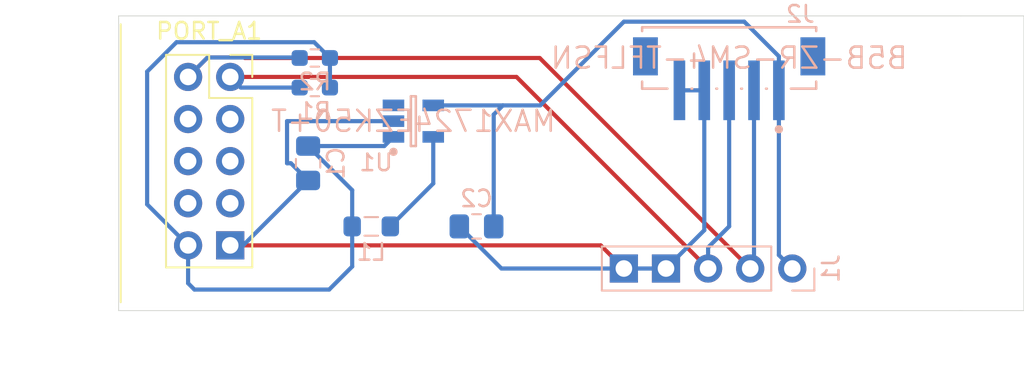
<source format=kicad_pcb>
(kicad_pcb (version 20171130) (host pcbnew "(5.1.12)-1")

  (general
    (thickness 1.6)
    (drawings 7)
    (tracks 59)
    (zones 0)
    (modules 9)
    (nets 15)
  )

  (page A4)
  (title_block
    (title "STK 600 Huckepack Platine SPS30")
    (date 2021-11-20)
    (rev 1.0)
    (company "FH Bielefeld")
    (comment 1 "Philipp Husemann")
  )

  (layers
    (0 F.Cu signal)
    (31 B.Cu signal)
    (32 B.Adhes user)
    (33 F.Adhes user)
    (34 B.Paste user)
    (35 F.Paste user)
    (36 B.SilkS user)
    (37 F.SilkS user)
    (38 B.Mask user)
    (39 F.Mask user)
    (40 Dwgs.User user)
    (41 Cmts.User user)
    (42 Eco1.User user)
    (43 Eco2.User user)
    (44 Edge.Cuts user)
    (45 Margin user)
    (46 B.CrtYd user)
    (47 F.CrtYd user)
    (48 B.Fab user)
    (49 F.Fab user)
  )

  (setup
    (last_trace_width 0.25)
    (trace_clearance 0.2)
    (zone_clearance 0.508)
    (zone_45_only no)
    (trace_min 0.2)
    (via_size 0.8)
    (via_drill 0.4)
    (via_min_size 0.4)
    (via_min_drill 0.3)
    (uvia_size 0.3)
    (uvia_drill 0.1)
    (uvias_allowed no)
    (uvia_min_size 0.2)
    (uvia_min_drill 0.1)
    (edge_width 0.05)
    (segment_width 0.2)
    (pcb_text_width 0.3)
    (pcb_text_size 1.5 1.5)
    (mod_edge_width 0.12)
    (mod_text_size 1 1)
    (mod_text_width 0.15)
    (pad_size 1.7 1.7)
    (pad_drill 1)
    (pad_to_mask_clearance 0.051)
    (solder_mask_min_width 0.25)
    (aux_axis_origin 0 0)
    (visible_elements 7FFFFFFF)
    (pcbplotparams
      (layerselection 0x010fc_ffffffff)
      (usegerberextensions false)
      (usegerberattributes false)
      (usegerberadvancedattributes false)
      (creategerberjobfile false)
      (excludeedgelayer true)
      (linewidth 0.100000)
      (plotframeref false)
      (viasonmask false)
      (mode 1)
      (useauxorigin false)
      (hpglpennumber 1)
      (hpglpenspeed 20)
      (hpglpendiameter 15.000000)
      (psnegative false)
      (psa4output false)
      (plotreference true)
      (plotvalue true)
      (plotinvisibletext false)
      (padsonsilk false)
      (subtractmaskfromsilk false)
      (outputformat 1)
      (mirror false)
      (drillshape 1)
      (scaleselection 1)
      (outputdirectory ""))
  )

  (net 0 "")
  (net 1 "Net-(PORT_A1-Pad8)")
  (net 2 "Net-(PORT_A1-Pad7)")
  (net 3 "Net-(PORT_A1-Pad6)")
  (net 4 "Net-(PORT_A1-Pad5)")
  (net 5 "Net-(PORT_A1-Pad4)")
  (net 6 "Net-(PORT_A1-Pad3)")
  (net 7 /GND)
  (net 8 /VCC)
  (net 9 "Net-(C2-Pad1)")
  (net 10 /SDA)
  (net 11 /SCL)
  (net 12 "Net-(L1-Pad2)")
  (net 13 "Net-(J2-Pad6)")
  (net 14 "Net-(J2-Pad7)")

  (net_class Default "Dies ist die voreingestellte Netzklasse."
    (clearance 0.2)
    (trace_width 0.25)
    (via_dia 0.8)
    (via_drill 0.4)
    (uvia_dia 0.3)
    (uvia_drill 0.1)
    (add_net /GND)
    (add_net /SCL)
    (add_net /SDA)
    (add_net /VCC)
    (add_net "Net-(C2-Pad1)")
    (add_net "Net-(J2-Pad6)")
    (add_net "Net-(J2-Pad7)")
    (add_net "Net-(L1-Pad2)")
    (add_net "Net-(PORT_A1-Pad3)")
    (add_net "Net-(PORT_A1-Pad4)")
    (add_net "Net-(PORT_A1-Pad5)")
    (add_net "Net-(PORT_A1-Pad6)")
    (add_net "Net-(PORT_A1-Pad7)")
    (add_net "Net-(PORT_A1-Pad8)")
  )

  (module Connector_PinSocket_2.54mm:PinSocket_2x05_P2.54mm_Vertical (layer F.Cu) (tedit 619250C8) (tstamp 618D4DAB)
    (at 70.231 78.613)
    (descr "Through hole straight socket strip, 2x05, 2.54mm pitch, double cols (from Kicad 4.0.7), script generated")
    (tags "Through hole socket strip THT 2x05 2.54mm double row")
    (path /618D8315)
    (fp_text reference PORT_A1 (at -1.27 -2.77) (layer F.SilkS)
      (effects (font (size 1 1) (thickness 0.15)))
    )
    (fp_text value Conn_02x05_Odd_Even_MountingPin (at -0.381 17.907) (layer F.Fab)
      (effects (font (size 1 1) (thickness 0.15)))
    )
    (fp_line (start -4.34 11.9) (end -4.34 -1.8) (layer F.CrtYd) (width 0.05))
    (fp_line (start 1.76 11.9) (end -4.34 11.9) (layer F.CrtYd) (width 0.05))
    (fp_line (start 1.76 -1.8) (end 1.76 11.9) (layer F.CrtYd) (width 0.05))
    (fp_line (start -4.34 -1.8) (end 1.76 -1.8) (layer F.CrtYd) (width 0.05))
    (fp_line (start 0 -1.33) (end 1.33 -1.33) (layer F.SilkS) (width 0.12))
    (fp_line (start 1.33 -1.33) (end 1.33 0) (layer F.SilkS) (width 0.12))
    (fp_line (start -1.27 -1.33) (end -1.27 1.27) (layer F.SilkS) (width 0.12))
    (fp_line (start -1.27 1.27) (end 1.33 1.27) (layer F.SilkS) (width 0.12))
    (fp_line (start 1.33 1.27) (end 1.33 11.49) (layer F.SilkS) (width 0.12))
    (fp_line (start -3.87 11.49) (end 1.33 11.49) (layer F.SilkS) (width 0.12))
    (fp_line (start -3.87 -1.33) (end -3.87 11.49) (layer F.SilkS) (width 0.12))
    (fp_line (start -3.87 -1.33) (end -1.27 -1.33) (layer F.SilkS) (width 0.12))
    (fp_line (start -3.81 11.43) (end -3.81 -1.27) (layer F.Fab) (width 0.1))
    (fp_line (start 1.27 11.43) (end -3.81 11.43) (layer F.Fab) (width 0.1))
    (fp_line (start 1.27 -0.27) (end 1.27 11.43) (layer F.Fab) (width 0.1))
    (fp_line (start 0.27 -1.27) (end 1.27 -0.27) (layer F.Fab) (width 0.1))
    (fp_line (start -3.81 -1.27) (end 0.27 -1.27) (layer F.Fab) (width 0.1))
    (fp_text user %R (at -1.27 5.08 90) (layer F.Fab)
      (effects (font (size 1 1) (thickness 0.15)))
    )
    (pad 10 thru_hole oval (at -2.54 10.16) (size 1.7 1.7) (drill 1) (layers *.Cu *.Mask)
      (net 8 /VCC))
    (pad 9 thru_hole rect (at 0 10.16) (size 1.7 1.7) (drill 1) (layers *.Cu *.Mask)
      (net 7 /GND))
    (pad 8 thru_hole oval (at -2.54 7.62) (size 1.7 1.7) (drill 1) (layers *.Cu *.Mask)
      (net 1 "Net-(PORT_A1-Pad8)"))
    (pad 7 thru_hole oval (at 0 7.62) (size 1.7 1.7) (drill 1) (layers *.Cu *.Mask)
      (net 2 "Net-(PORT_A1-Pad7)"))
    (pad 6 thru_hole oval (at -2.54 5.08) (size 1.7 1.7) (drill 1) (layers *.Cu *.Mask)
      (net 3 "Net-(PORT_A1-Pad6)"))
    (pad 5 thru_hole oval (at 0 5.08) (size 1.7 1.7) (drill 1) (layers *.Cu *.Mask)
      (net 4 "Net-(PORT_A1-Pad5)"))
    (pad 4 thru_hole oval (at -2.54 2.54) (size 1.7 1.7) (drill 1) (layers *.Cu *.Mask)
      (net 5 "Net-(PORT_A1-Pad4)"))
    (pad 3 thru_hole oval (at 0 2.54) (size 1.7 1.7) (drill 1) (layers *.Cu *.Mask)
      (net 6 "Net-(PORT_A1-Pad3)"))
    (pad 2 thru_hole oval (at -2.54 0) (size 1.7 1.7) (drill 1) (layers *.Cu *.Mask)
      (net 10 /SDA))
    (pad 1 thru_hole oval (at 0 0) (size 1.7 1.7) (drill 1) (layers *.Cu *.Mask)
      (net 11 /SCL))
    (model ${KISYS3DMOD}/Connector_PinSocket_2.54mm.3dshapes/PinSocket_2x05_P2.54mm_Vertical.wrl
      (at (xyz 0 0 0))
      (scale (xyz 1 1 1))
      (rotate (xyz 0 0 0))
    )
  )

  (module Capacitor_SMD:C_0805_2012Metric_Pad1.18x1.45mm_HandSolder (layer B.Cu) (tedit 5F68FEEF) (tstamp 6199D673)
    (at 74.93 83.82 90)
    (descr "Capacitor SMD 0805 (2012 Metric), square (rectangular) end terminal, IPC_7351 nominal with elongated pad for handsoldering. (Body size source: IPC-SM-782 page 76, https://www.pcb-3d.com/wordpress/wp-content/uploads/ipc-sm-782a_amendment_1_and_2.pdf, https://docs.google.com/spreadsheets/d/1BsfQQcO9C6DZCsRaXUlFlo91Tg2WpOkGARC1WS5S8t0/edit?usp=sharing), generated with kicad-footprint-generator")
    (tags "capacitor handsolder")
    (path /619932B1)
    (attr smd)
    (fp_text reference C1 (at 0 1.68 -90) (layer B.SilkS)
      (effects (font (size 1 1) (thickness 0.15)) (justify mirror))
    )
    (fp_text value C (at 0 -1.68 -90) (layer B.Fab)
      (effects (font (size 1 1) (thickness 0.15)) (justify mirror))
    )
    (fp_line (start -1 -0.625) (end -1 0.625) (layer B.Fab) (width 0.1))
    (fp_line (start -1 0.625) (end 1 0.625) (layer B.Fab) (width 0.1))
    (fp_line (start 1 0.625) (end 1 -0.625) (layer B.Fab) (width 0.1))
    (fp_line (start 1 -0.625) (end -1 -0.625) (layer B.Fab) (width 0.1))
    (fp_line (start -0.261252 0.735) (end 0.261252 0.735) (layer B.SilkS) (width 0.12))
    (fp_line (start -0.261252 -0.735) (end 0.261252 -0.735) (layer B.SilkS) (width 0.12))
    (fp_line (start -1.88 -0.98) (end -1.88 0.98) (layer B.CrtYd) (width 0.05))
    (fp_line (start -1.88 0.98) (end 1.88 0.98) (layer B.CrtYd) (width 0.05))
    (fp_line (start 1.88 0.98) (end 1.88 -0.98) (layer B.CrtYd) (width 0.05))
    (fp_line (start 1.88 -0.98) (end -1.88 -0.98) (layer B.CrtYd) (width 0.05))
    (fp_text user %R (at 0 0 -90) (layer B.Fab)
      (effects (font (size 0.5 0.5) (thickness 0.08)) (justify mirror))
    )
    (pad 1 smd roundrect (at -1.0375 0 90) (size 1.175 1.45) (layers B.Cu B.Paste B.Mask) (roundrect_rratio 0.212766)
      (net 7 /GND))
    (pad 2 smd roundrect (at 1.0375 0 90) (size 1.175 1.45) (layers B.Cu B.Paste B.Mask) (roundrect_rratio 0.212766)
      (net 8 /VCC))
    (model ${KISYS3DMOD}/Capacitor_SMD.3dshapes/C_0805_2012Metric.wrl
      (at (xyz 0 0 0))
      (scale (xyz 1 1 1))
      (rotate (xyz 0 0 0))
    )
  )

  (module Capacitor_SMD:C_0805_2012Metric_Pad1.18x1.45mm_HandSolder (layer B.Cu) (tedit 5F68FEEF) (tstamp 6199D684)
    (at 85.09 87.63 180)
    (descr "Capacitor SMD 0805 (2012 Metric), square (rectangular) end terminal, IPC_7351 nominal with elongated pad for handsoldering. (Body size source: IPC-SM-782 page 76, https://www.pcb-3d.com/wordpress/wp-content/uploads/ipc-sm-782a_amendment_1_and_2.pdf, https://docs.google.com/spreadsheets/d/1BsfQQcO9C6DZCsRaXUlFlo91Tg2WpOkGARC1WS5S8t0/edit?usp=sharing), generated with kicad-footprint-generator")
    (tags "capacitor handsolder")
    (path /61994074)
    (attr smd)
    (fp_text reference C2 (at 0 1.68) (layer B.SilkS)
      (effects (font (size 1 1) (thickness 0.15)) (justify mirror))
    )
    (fp_text value C (at 0 -1.68) (layer B.Fab)
      (effects (font (size 1 1) (thickness 0.15)) (justify mirror))
    )
    (fp_line (start 1.88 -0.98) (end -1.88 -0.98) (layer B.CrtYd) (width 0.05))
    (fp_line (start 1.88 0.98) (end 1.88 -0.98) (layer B.CrtYd) (width 0.05))
    (fp_line (start -1.88 0.98) (end 1.88 0.98) (layer B.CrtYd) (width 0.05))
    (fp_line (start -1.88 -0.98) (end -1.88 0.98) (layer B.CrtYd) (width 0.05))
    (fp_line (start -0.261252 -0.735) (end 0.261252 -0.735) (layer B.SilkS) (width 0.12))
    (fp_line (start -0.261252 0.735) (end 0.261252 0.735) (layer B.SilkS) (width 0.12))
    (fp_line (start 1 -0.625) (end -1 -0.625) (layer B.Fab) (width 0.1))
    (fp_line (start 1 0.625) (end 1 -0.625) (layer B.Fab) (width 0.1))
    (fp_line (start -1 0.625) (end 1 0.625) (layer B.Fab) (width 0.1))
    (fp_line (start -1 -0.625) (end -1 0.625) (layer B.Fab) (width 0.1))
    (fp_text user %R (at 0 0) (layer B.Fab)
      (effects (font (size 0.5 0.5) (thickness 0.08)) (justify mirror))
    )
    (pad 2 smd roundrect (at 1.0375 0 180) (size 1.175 1.45) (layers B.Cu B.Paste B.Mask) (roundrect_rratio 0.212766)
      (net 7 /GND))
    (pad 1 smd roundrect (at -1.0375 0 180) (size 1.175 1.45) (layers B.Cu B.Paste B.Mask) (roundrect_rratio 0.212766)
      (net 9 "Net-(C2-Pad1)"))
    (model ${KISYS3DMOD}/Capacitor_SMD.3dshapes/C_0805_2012Metric.wrl
      (at (xyz 0 0 0))
      (scale (xyz 1 1 1))
      (rotate (xyz 0 0 0))
    )
  )

  (module Connector_PinHeader_2.54mm:PinHeader_1x05_P2.54mm_Vertical (layer B.Cu) (tedit 6198F245) (tstamp 6199D69D)
    (at 104.14 90.17 90)
    (descr "Through hole straight pin header, 1x05, 2.54mm pitch, single row")
    (tags "Through hole pin header THT 1x05 2.54mm single row")
    (path /6199158E)
    (fp_text reference J1 (at 0 2.33 270) (layer B.SilkS)
      (effects (font (size 1 1) (thickness 0.15)) (justify mirror))
    )
    (fp_text value Conn_01x05_Male (at 0 -12.49 270) (layer B.Fab)
      (effects (font (size 1 1) (thickness 0.15)) (justify mirror))
    )
    (fp_line (start -0.635 1.27) (end 1.27 1.27) (layer B.Fab) (width 0.1))
    (fp_line (start 1.27 1.27) (end 1.27 -11.43) (layer B.Fab) (width 0.1))
    (fp_line (start 1.27 -11.43) (end -1.27 -11.43) (layer B.Fab) (width 0.1))
    (fp_line (start -1.27 -11.43) (end -1.27 0.635) (layer B.Fab) (width 0.1))
    (fp_line (start -1.27 0.635) (end -0.635 1.27) (layer B.Fab) (width 0.1))
    (fp_line (start -1.33 -11.49) (end 1.33 -11.49) (layer B.SilkS) (width 0.12))
    (fp_line (start -1.33 -1.27) (end -1.33 -11.49) (layer B.SilkS) (width 0.12))
    (fp_line (start 1.33 -1.27) (end 1.33 -11.49) (layer B.SilkS) (width 0.12))
    (fp_line (start -1.33 -1.27) (end 1.33 -1.27) (layer B.SilkS) (width 0.12))
    (fp_line (start -1.33 0) (end -1.33 1.33) (layer B.SilkS) (width 0.12))
    (fp_line (start -1.33 1.33) (end 0 1.33) (layer B.SilkS) (width 0.12))
    (fp_line (start -1.8 1.8) (end -1.8 -11.95) (layer B.CrtYd) (width 0.05))
    (fp_line (start -1.8 -11.95) (end 1.8 -11.95) (layer B.CrtYd) (width 0.05))
    (fp_line (start 1.8 -11.95) (end 1.8 1.8) (layer B.CrtYd) (width 0.05))
    (fp_line (start 1.8 1.8) (end -1.8 1.8) (layer B.CrtYd) (width 0.05))
    (fp_text user %R (at 0 -5.08) (layer B.Fab)
      (effects (font (size 1 1) (thickness 0.15)) (justify mirror))
    )
    (pad 1 thru_hole oval (at 0 0 90) (size 1.7 1.7) (drill 1) (layers *.Cu *.Mask)
      (net 9 "Net-(C2-Pad1)"))
    (pad 2 thru_hole oval (at 0 -2.54 90) (size 1.7 1.7) (drill 1) (layers *.Cu *.Mask)
      (net 10 /SDA))
    (pad 3 thru_hole oval (at 0 -5.08 90) (size 1.7 1.7) (drill 1) (layers *.Cu *.Mask)
      (net 11 /SCL))
    (pad 4 thru_hole rect (at 0 -7.62 90) (size 1.7 1.7) (drill 1) (layers *.Cu *.Mask)
      (net 7 /GND))
    (pad 5 thru_hole rect (at 0 -10.16 90) (size 1.7 1.7) (drill 1) (layers *.Cu *.Mask)
      (net 7 /GND))
    (model ${KISYS3DMOD}/Connector_PinHeader_2.54mm.3dshapes/PinHeader_1x05_P2.54mm_Vertical.wrl
      (at (xyz 0 0 0))
      (scale (xyz 1 1 1))
      (rotate (xyz 0 0 0))
    )
  )

  (module Inductor_SMD:L_0805_2012Metric_Pad1.05x1.20mm_HandSolder (layer B.Cu) (tedit 5F68FEF0) (tstamp 6199D6AE)
    (at 78.74 87.63)
    (descr "Inductor SMD 0805 (2012 Metric), square (rectangular) end terminal, IPC_7351 nominal with elongated pad for handsoldering. (Body size source: IPC-SM-782 page 80, https://www.pcb-3d.com/wordpress/wp-content/uploads/ipc-sm-782a_amendment_1_and_2.pdf), generated with kicad-footprint-generator")
    (tags "inductor handsolder")
    (path /61991E46)
    (attr smd)
    (fp_text reference L1 (at 0 1.55) (layer B.SilkS)
      (effects (font (size 1 1) (thickness 0.15)) (justify mirror))
    )
    (fp_text value L (at 0 -1.55) (layer B.Fab)
      (effects (font (size 1 1) (thickness 0.15)) (justify mirror))
    )
    (fp_line (start -1 -0.45) (end -1 0.45) (layer B.Fab) (width 0.1))
    (fp_line (start -1 0.45) (end 1 0.45) (layer B.Fab) (width 0.1))
    (fp_line (start 1 0.45) (end 1 -0.45) (layer B.Fab) (width 0.1))
    (fp_line (start 1 -0.45) (end -1 -0.45) (layer B.Fab) (width 0.1))
    (fp_line (start -0.410242 0.56) (end 0.410242 0.56) (layer B.SilkS) (width 0.12))
    (fp_line (start -0.410242 -0.56) (end 0.410242 -0.56) (layer B.SilkS) (width 0.12))
    (fp_line (start -1.92 -0.85) (end -1.92 0.85) (layer B.CrtYd) (width 0.05))
    (fp_line (start -1.92 0.85) (end 1.92 0.85) (layer B.CrtYd) (width 0.05))
    (fp_line (start 1.92 0.85) (end 1.92 -0.85) (layer B.CrtYd) (width 0.05))
    (fp_line (start 1.92 -0.85) (end -1.92 -0.85) (layer B.CrtYd) (width 0.05))
    (fp_text user %R (at 0 0) (layer B.Fab)
      (effects (font (size 0.5 0.5) (thickness 0.08)) (justify mirror))
    )
    (pad 1 smd roundrect (at -1.15 0) (size 1.05 1.2) (layers B.Cu B.Paste B.Mask) (roundrect_rratio 0.238095)
      (net 8 /VCC))
    (pad 2 smd roundrect (at 1.15 0) (size 1.05 1.2) (layers B.Cu B.Paste B.Mask) (roundrect_rratio 0.238095)
      (net 12 "Net-(L1-Pad2)"))
    (model ${KISYS3DMOD}/Inductor_SMD.3dshapes/L_0805_2012Metric.wrl
      (at (xyz 0 0 0))
      (scale (xyz 1 1 1))
      (rotate (xyz 0 0 0))
    )
  )

  (module eec:Maxim-MAX1724EZK50+T-Level_A (layer B.Cu) (tedit 5EF220E9) (tstamp 6199D6C5)
    (at 81.28 81.28)
    (path /6198ECCD)
    (fp_text reference U1 (at -3.35 2.500001) (layer B.SilkS)
      (effects (font (size 1 1) (thickness 0.15)) (justify right mirror))
    )
    (fp_text value MAX1724EZK50+T (at 0 0) (layer B.SilkS)
      (effects (font (size 1.27 1.27) (thickness 0.15)) (justify mirror))
    )
    (fp_circle (center -1.2 1.850001) (end -1.074999 1.850001) (layer B.SilkS) (width 0.249999))
    (fp_line (start -0.15 1.5) (end 0.15 1.5) (layer B.SilkS) (width 0.15))
    (fp_line (start -0.15 -1.5) (end 0.15 -1.5) (layer B.SilkS) (width 0.15))
    (fp_line (start -0.15 -1.5) (end -0.15 1.5) (layer B.SilkS) (width 0.15))
    (fp_line (start 0.15 -1.5) (end 0.15 1.5) (layer B.SilkS) (width 0.15))
    (fp_line (start -0.825 -1.5) (end -0.825 1.5) (layer B.Fab) (width 0.1))
    (fp_line (start 0.825 -1.5) (end 0.825 1.5) (layer B.Fab) (width 0.1))
    (fp_line (start -0.825 1.5) (end 0.825 1.5) (layer B.Fab) (width 0.1))
    (fp_line (start -0.825 -1.5) (end 0.825 -1.5) (layer B.Fab) (width 0.1))
    (fp_line (start 2.275 1.925001) (end 2.275 1.925001) (layer B.CrtYd) (width 0.15))
    (fp_line (start 2.275 1.925001) (end -2.275 1.925001) (layer B.CrtYd) (width 0.15))
    (fp_line (start -2.275 1.925001) (end -2.275 -1.924999) (layer B.CrtYd) (width 0.15))
    (fp_line (start -2.275 -1.924999) (end 2.275 -1.924999) (layer B.CrtYd) (width 0.15))
    (fp_line (start 2.275 -1.924999) (end 2.275 1.925001) (layer B.CrtYd) (width 0.15))
    (pad 1 smd rect (at -1.2 0.950001 90) (size 0.700001 1.3) (layers B.Cu B.Paste B.Mask)
      (net 8 /VCC))
    (pad 2 smd rect (at -1.2 0.000001 90) (size 0.700001 1.3) (layers B.Cu B.Paste B.Mask)
      (net 7 /GND))
    (pad 3 smd rect (at -1.2 -0.949998 90) (size 0.700001 1.3) (layers B.Cu B.Paste B.Mask)
      (net 8 /VCC))
    (pad 4 smd rect (at 1.2 -0.949998 90) (size 0.700001 1.3) (layers B.Cu B.Paste B.Mask)
      (net 9 "Net-(C2-Pad1)"))
    (pad 5 smd rect (at 1.2 0.950001 90) (size 0.700001 1.3) (layers B.Cu B.Paste B.Mask)
      (net 12 "Net-(L1-Pad2)"))
    (model ${KIPRJMOD}/IC_Maxim_MAX1724EZK50+T/eec.models/Maxim_-_MAX1724EZK50+T.step
      (at (xyz 0 0 0))
      (scale (xyz 1 1 1))
      (rotate (xyz 0 0 0))
    )
  )

  (module eec4:JST-B5B-ZR-SM4-TF (layer B.Cu) (tedit 5EF17991) (tstamp 6199E0B9)
    (at 100.33 77.47 180)
    (path /619B6621)
    (fp_text reference J2 (at -5.25 2.65) (layer B.SilkS)
      (effects (font (size 1 1) (thickness 0.15)) (justify left mirror))
    )
    (fp_text value B5B-ZR-SM4-TFLFSN (at 0 0) (layer B.SilkS)
      (effects (font (size 1.27 1.27) (thickness 0.15)) (justify mirror))
    )
    (fp_line (start -5.25 -1.85) (end -5.25 1.85) (layer B.Fab) (width 0.15))
    (fp_line (start -5.25 1.85) (end 5.25 1.85) (layer B.Fab) (width 0.15))
    (fp_line (start 5.25 1.85) (end 5.25 -1.85) (layer B.Fab) (width 0.15))
    (fp_line (start 5.25 -1.85) (end -5.25 -1.85) (layer B.Fab) (width 0.15))
    (fp_line (start 5.825 1.874999) (end 5.825 1.874999) (layer B.CrtYd) (width 0.15))
    (fp_line (start 5.825 1.874999) (end -5.825 1.874999) (layer B.CrtYd) (width 0.15))
    (fp_line (start -5.825 1.874999) (end -5.825 -3.774999) (layer B.CrtYd) (width 0.15))
    (fp_line (start -5.825 -3.774999) (end 5.825 -3.774999) (layer B.CrtYd) (width 0.15))
    (fp_line (start 5.825 -3.774999) (end 5.825 1.874999) (layer B.CrtYd) (width 0.15))
    (fp_line (start -5.25 1.85) (end 5.25 1.85) (layer B.SilkS) (width 0.15))
    (fp_line (start 5.25 -1.85) (end 5.25 -1.425) (layer B.SilkS) (width 0.15))
    (fp_line (start 5.25 1.625) (end 5.25 1.85) (layer B.SilkS) (width 0.15))
    (fp_line (start -5.25 -1.85) (end -3.725 -1.85) (layer B.SilkS) (width 0.15))
    (fp_line (start -2.275 -1.85) (end -2.225 -1.85) (layer B.SilkS) (width 0.15))
    (fp_line (start -0.775 -1.85) (end -0.725 -1.85) (layer B.SilkS) (width 0.15))
    (fp_line (start 0.725 -1.85) (end 0.775 -1.85) (layer B.SilkS) (width 0.15))
    (fp_line (start 2.225 -1.85) (end 2.275 -1.85) (layer B.SilkS) (width 0.15))
    (fp_line (start 3.725 -1.85) (end 5.25 -1.85) (layer B.SilkS) (width 0.15))
    (fp_line (start -5.25 -1.85) (end -5.25 -1.425) (layer B.SilkS) (width 0.15))
    (fp_line (start -5.25 1.625) (end -5.25 1.85) (layer B.SilkS) (width 0.15))
    (fp_circle (center -3 -4.299999) (end -2.875 -4.299999) (layer B.SilkS) (width 0.25))
    (pad 1 smd rect (at -3 -1.949999 180) (size 0.7 3.6) (layers B.Cu B.Paste B.Mask)
      (net 9 "Net-(C2-Pad1)"))
    (pad 2 smd rect (at -1.5 -1.949999 180) (size 0.7 3.6) (layers B.Cu B.Paste B.Mask)
      (net 10 /SDA))
    (pad 3 smd rect (at 0 -1.949999 180) (size 0.7 3.6) (layers B.Cu B.Paste B.Mask)
      (net 11 /SCL))
    (pad 4 smd rect (at 1.5 -1.949999 180) (size 0.7 3.6) (layers B.Cu B.Paste B.Mask)
      (net 7 /GND))
    (pad 5 smd rect (at 3 -1.949999 180) (size 0.7 3.6) (layers B.Cu B.Paste B.Mask)
      (net 7 /GND))
    (pad 6 smd rect (at -5.05 0.1 180) (size 1.5 2.3) (layers B.Cu B.Paste B.Mask)
      (net 13 "Net-(J2-Pad6)"))
    (pad 7 smd rect (at 5.05 0.1 180) (size 1.5 2.3) (layers B.Cu B.Paste B.Mask)
      (net 14 "Net-(J2-Pad7)"))
    (model ${KIPRJMOD}/Conn_JST_B5B-ZR-SM4-TF/eec.models/JST_-_B5B-ZR-SM4-TF.step
      (at (xyz 0 0 0))
      (scale (xyz 1 1 1))
      (rotate (xyz 0 0 0))
    )
  )

  (module Resistor_SMD:R_0603_1608Metric_Pad0.98x0.95mm_HandSolder (layer B.Cu) (tedit 5F68FEEE) (tstamp 619D6F1C)
    (at 75.335001 79.254999)
    (descr "Resistor SMD 0603 (1608 Metric), square (rectangular) end terminal, IPC_7351 nominal with elongated pad for handsoldering. (Body size source: IPC-SM-782 page 72, https://www.pcb-3d.com/wordpress/wp-content/uploads/ipc-sm-782a_amendment_1_and_2.pdf), generated with kicad-footprint-generator")
    (tags "resistor handsolder")
    (path /619DD5FB)
    (attr smd)
    (fp_text reference R1 (at 0 1.43) (layer B.SilkS)
      (effects (font (size 1 1) (thickness 0.15)) (justify mirror))
    )
    (fp_text value R (at 0 -1.43) (layer B.Fab)
      (effects (font (size 1 1) (thickness 0.15)) (justify mirror))
    )
    (fp_text user %R (at 0 0) (layer B.Fab)
      (effects (font (size 0.4 0.4) (thickness 0.06)) (justify mirror))
    )
    (fp_line (start -0.8 -0.4125) (end -0.8 0.4125) (layer B.Fab) (width 0.1))
    (fp_line (start -0.8 0.4125) (end 0.8 0.4125) (layer B.Fab) (width 0.1))
    (fp_line (start 0.8 0.4125) (end 0.8 -0.4125) (layer B.Fab) (width 0.1))
    (fp_line (start 0.8 -0.4125) (end -0.8 -0.4125) (layer B.Fab) (width 0.1))
    (fp_line (start -0.254724 0.5225) (end 0.254724 0.5225) (layer B.SilkS) (width 0.12))
    (fp_line (start -0.254724 -0.5225) (end 0.254724 -0.5225) (layer B.SilkS) (width 0.12))
    (fp_line (start -1.65 -0.73) (end -1.65 0.73) (layer B.CrtYd) (width 0.05))
    (fp_line (start -1.65 0.73) (end 1.65 0.73) (layer B.CrtYd) (width 0.05))
    (fp_line (start 1.65 0.73) (end 1.65 -0.73) (layer B.CrtYd) (width 0.05))
    (fp_line (start 1.65 -0.73) (end -1.65 -0.73) (layer B.CrtYd) (width 0.05))
    (pad 2 smd roundrect (at 0.9125 0) (size 0.975 0.95) (layers B.Cu B.Paste B.Mask) (roundrect_rratio 0.25)
      (net 8 /VCC))
    (pad 1 smd roundrect (at -0.9125 0) (size 0.975 0.95) (layers B.Cu B.Paste B.Mask) (roundrect_rratio 0.25)
      (net 11 /SCL))
    (model ${KISYS3DMOD}/Resistor_SMD.3dshapes/R_0603_1608Metric.wrl
      (at (xyz 0 0 0))
      (scale (xyz 1 1 1))
      (rotate (xyz 0 0 0))
    )
  )

  (module Resistor_SMD:R_0603_1608Metric_Pad0.98x0.95mm_HandSolder (layer B.Cu) (tedit 5F68FEEE) (tstamp 619D6F2D)
    (at 75.335001 77.47)
    (descr "Resistor SMD 0603 (1608 Metric), square (rectangular) end terminal, IPC_7351 nominal with elongated pad for handsoldering. (Body size source: IPC-SM-782 page 72, https://www.pcb-3d.com/wordpress/wp-content/uploads/ipc-sm-782a_amendment_1_and_2.pdf), generated with kicad-footprint-generator")
    (tags "resistor handsolder")
    (path /619DB0E1)
    (attr smd)
    (fp_text reference R2 (at 0 1.43) (layer B.SilkS)
      (effects (font (size 1 1) (thickness 0.15)) (justify mirror))
    )
    (fp_text value R (at 0 -1.43) (layer B.Fab)
      (effects (font (size 1 1) (thickness 0.15)) (justify mirror))
    )
    (fp_line (start 1.65 -0.73) (end -1.65 -0.73) (layer B.CrtYd) (width 0.05))
    (fp_line (start 1.65 0.73) (end 1.65 -0.73) (layer B.CrtYd) (width 0.05))
    (fp_line (start -1.65 0.73) (end 1.65 0.73) (layer B.CrtYd) (width 0.05))
    (fp_line (start -1.65 -0.73) (end -1.65 0.73) (layer B.CrtYd) (width 0.05))
    (fp_line (start -0.254724 -0.5225) (end 0.254724 -0.5225) (layer B.SilkS) (width 0.12))
    (fp_line (start -0.254724 0.5225) (end 0.254724 0.5225) (layer B.SilkS) (width 0.12))
    (fp_line (start 0.8 -0.4125) (end -0.8 -0.4125) (layer B.Fab) (width 0.1))
    (fp_line (start 0.8 0.4125) (end 0.8 -0.4125) (layer B.Fab) (width 0.1))
    (fp_line (start -0.8 0.4125) (end 0.8 0.4125) (layer B.Fab) (width 0.1))
    (fp_line (start -0.8 -0.4125) (end -0.8 0.4125) (layer B.Fab) (width 0.1))
    (fp_text user %R (at 0 0) (layer B.Fab)
      (effects (font (size 0.4 0.4) (thickness 0.06)) (justify mirror))
    )
    (pad 1 smd roundrect (at -0.9125 0) (size 0.975 0.95) (layers B.Cu B.Paste B.Mask) (roundrect_rratio 0.25)
      (net 10 /SDA))
    (pad 2 smd roundrect (at 0.9125 0) (size 0.975 0.95) (layers B.Cu B.Paste B.Mask) (roundrect_rratio 0.25)
      (net 8 /VCC))
    (model ${KISYS3DMOD}/Resistor_SMD.3dshapes/R_0603_1608Metric.wrl
      (at (xyz 0 0 0))
      (scale (xyz 1 1 1))
      (rotate (xyz 0 0 0))
    )
  )

  (gr_line (start 118.11 92.71) (end 114.3 92.71) (layer Edge.Cuts) (width 0.05) (tstamp 6198BD81))
  (gr_line (start 118.11 74.93) (end 118.11 92.71) (layer Edge.Cuts) (width 0.05))
  (gr_line (start 114.3 74.93) (end 118.11 74.93) (layer Edge.Cuts) (width 0.05))
  (gr_line (start 114.3 74.93) (end 63.5 74.93) (layer Edge.Cuts) (width 0.05) (tstamp 6192ACAE))
  (gr_line (start 63.5 92.71) (end 114.3 92.71) (layer Edge.Cuts) (width 0.05))
  (gr_line (start 63.5 74.93) (end 63.5 92.71) (layer Edge.Cuts) (width 0.05))
  (gr_line (start 63.627 75.438) (end 63.627 92.202) (layer F.SilkS) (width 0.12))

  (segment (start 71.0145 88.773) (end 74.93 84.8575) (width 0.25) (layer B.Cu) (net 7))
  (segment (start 70.231 88.773) (end 71.0145 88.773) (width 0.25) (layer B.Cu) (net 7))
  (segment (start 73.8925 83.82) (end 74.93 84.8575) (width 0.25) (layer B.Cu) (net 7))
  (segment (start 73.66 83.82) (end 73.8925 83.82) (width 0.25) (layer B.Cu) (net 7))
  (segment (start 73.66 81.28) (end 73.66 83.82) (width 0.25) (layer B.Cu) (net 7))
  (segment (start 80.08 81.280001) (end 73.66 81.28) (width 0.25) (layer B.Cu) (net 7))
  (segment (start 98.83 79.419999) (end 97.33 79.419999) (width 0.25) (layer B.Cu) (net 7))
  (segment (start 98.83 87.86) (end 96.52 90.17) (width 0.25) (layer B.Cu) (net 7))
  (segment (start 98.83 79.419999) (end 98.83 87.86) (width 0.25) (layer B.Cu) (net 7))
  (segment (start 93.98 90.17) (end 96.52 90.17) (width 0.25) (layer B.Cu) (net 7))
  (segment (start 92.583 88.773) (end 93.98 90.17) (width 0.25) (layer F.Cu) (net 7))
  (segment (start 70.231 88.773) (end 92.583 88.773) (width 0.25) (layer F.Cu) (net 7))
  (segment (start 86.5925 90.17) (end 93.98 90.17) (width 0.25) (layer B.Cu) (net 7))
  (segment (start 84.0525 87.63) (end 86.5925 90.17) (width 0.25) (layer B.Cu) (net 7))
  (segment (start 67.691 88.773) (end 67.691 91.059) (width 0.25) (layer B.Cu) (net 8))
  (segment (start 67.691 91.059) (end 68.072 91.44) (width 0.25) (layer B.Cu) (net 8))
  (segment (start 68.072 91.44) (end 76.2 91.44) (width 0.25) (layer B.Cu) (net 8))
  (segment (start 77.59 90.05) (end 77.59 87.63) (width 0.25) (layer B.Cu) (net 8))
  (segment (start 76.2 91.44) (end 77.59 90.05) (width 0.25) (layer B.Cu) (net 8))
  (segment (start 77.59 85.4425) (end 74.93 82.7825) (width 0.25) (layer B.Cu) (net 8))
  (segment (start 77.59 87.63) (end 77.59 85.4425) (width 0.25) (layer B.Cu) (net 8))
  (segment (start 79.527501 82.7825) (end 80.08 82.230001) (width 0.25) (layer B.Cu) (net 8))
  (segment (start 74.93 82.7825) (end 79.527501 82.7825) (width 0.25) (layer B.Cu) (net 8))
  (segment (start 76.247501 77.47) (end 76.247501 79.254999) (width 0.25) (layer B.Cu) (net 8))
  (segment (start 75.295706 76.518205) (end 66.991795 76.518205) (width 0.25) (layer B.Cu) (net 8))
  (segment (start 76.247501 77.47) (end 75.295706 76.518205) (width 0.25) (layer B.Cu) (net 8))
  (segment (start 65.22001 78.28999) (end 65.22001 86.30201) (width 0.25) (layer B.Cu) (net 8))
  (segment (start 65.22001 86.30201) (end 67.691 88.773) (width 0.25) (layer B.Cu) (net 8))
  (segment (start 66.991795 76.518205) (end 65.22001 78.28999) (width 0.25) (layer B.Cu) (net 8))
  (segment (start 103.33 89.36) (end 104.14 90.17) (width 0.25) (layer B.Cu) (net 9))
  (segment (start 103.33 79.419999) (end 103.33 89.36) (width 0.25) (layer B.Cu) (net 9))
  (segment (start 88.930008 80.330002) (end 93.98 75.28001) (width 0.25) (layer B.Cu) (net 9))
  (segment (start 103.33 77.369999) (end 103.33 79.419999) (width 0.25) (layer B.Cu) (net 9))
  (segment (start 101.240011 75.28001) (end 103.33 77.369999) (width 0.25) (layer B.Cu) (net 9))
  (segment (start 93.98 75.28001) (end 101.240011 75.28001) (width 0.25) (layer B.Cu) (net 9))
  (segment (start 86.1275 80.882504) (end 86.680002 80.330002) (width 0.25) (layer B.Cu) (net 9))
  (segment (start 86.1275 87.63) (end 86.1275 80.882504) (width 0.25) (layer B.Cu) (net 9))
  (segment (start 86.680002 80.330002) (end 88.930008 80.330002) (width 0.25) (layer B.Cu) (net 9))
  (segment (start 82.48 80.330002) (end 86.680002 80.330002) (width 0.25) (layer B.Cu) (net 9))
  (segment (start 101.83 89.94) (end 101.6 90.17) (width 0.25) (layer B.Cu) (net 10))
  (segment (start 101.83 79.419999) (end 101.83 89.94) (width 0.25) (layer B.Cu) (net 10))
  (segment (start 68.866001 77.437999) (end 71.087999 77.437999) (width 0.25) (layer F.Cu) (net 10))
  (segment (start 67.691 78.613) (end 68.866001 77.437999) (width 0.25) (layer F.Cu) (net 10))
  (segment (start 71.087999 77.437999) (end 71.12 77.47) (width 0.25) (layer F.Cu) (net 10))
  (segment (start 88.9 77.47) (end 101.6 90.17) (width 0.25) (layer F.Cu) (net 10))
  (segment (start 71.12 77.47) (end 88.9 77.47) (width 0.25) (layer F.Cu) (net 10))
  (segment (start 68.866001 77.437999) (end 67.691 78.613) (width 0.25) (layer B.Cu) (net 10))
  (segment (start 74.3905 77.437999) (end 68.866001 77.437999) (width 0.25) (layer B.Cu) (net 10))
  (segment (start 74.422501 77.47) (end 74.3905 77.437999) (width 0.25) (layer B.Cu) (net 10))
  (segment (start 69.85 78.232) (end 70.231 78.613) (width 0.25) (layer B.Cu) (net 11))
  (segment (start 100.33 79.419999) (end 100.33 87.63) (width 0.25) (layer B.Cu) (net 11))
  (segment (start 99.06 88.9) (end 99.06 90.17) (width 0.25) (layer B.Cu) (net 11))
  (segment (start 100.33 87.63) (end 99.06 88.9) (width 0.25) (layer B.Cu) (net 11))
  (segment (start 87.503 78.613) (end 99.06 90.17) (width 0.25) (layer F.Cu) (net 11))
  (segment (start 70.231 78.613) (end 87.503 78.613) (width 0.25) (layer F.Cu) (net 11))
  (segment (start 70.872999 79.254999) (end 70.231 78.613) (width 0.25) (layer B.Cu) (net 11))
  (segment (start 74.422501 79.254999) (end 70.872999 79.254999) (width 0.25) (layer B.Cu) (net 11))
  (segment (start 82.48 85.04) (end 79.89 87.63) (width 0.25) (layer B.Cu) (net 12))
  (segment (start 82.48 82.230001) (end 82.48 85.04) (width 0.25) (layer B.Cu) (net 12))

)

</source>
